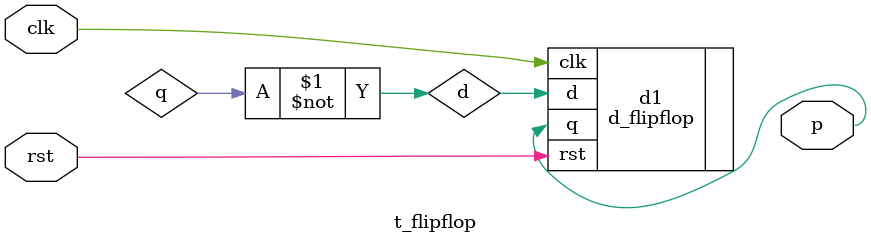
<source format=v>
`timescale 1ns / 1ps


module t_flipflop(input clk, input rst, output p);

  wire d;

  d_flipflop d1 (.clk(clk), .rst(rst), .d(d), .q(p));
  not not1 (d , q);


endmodule

</source>
